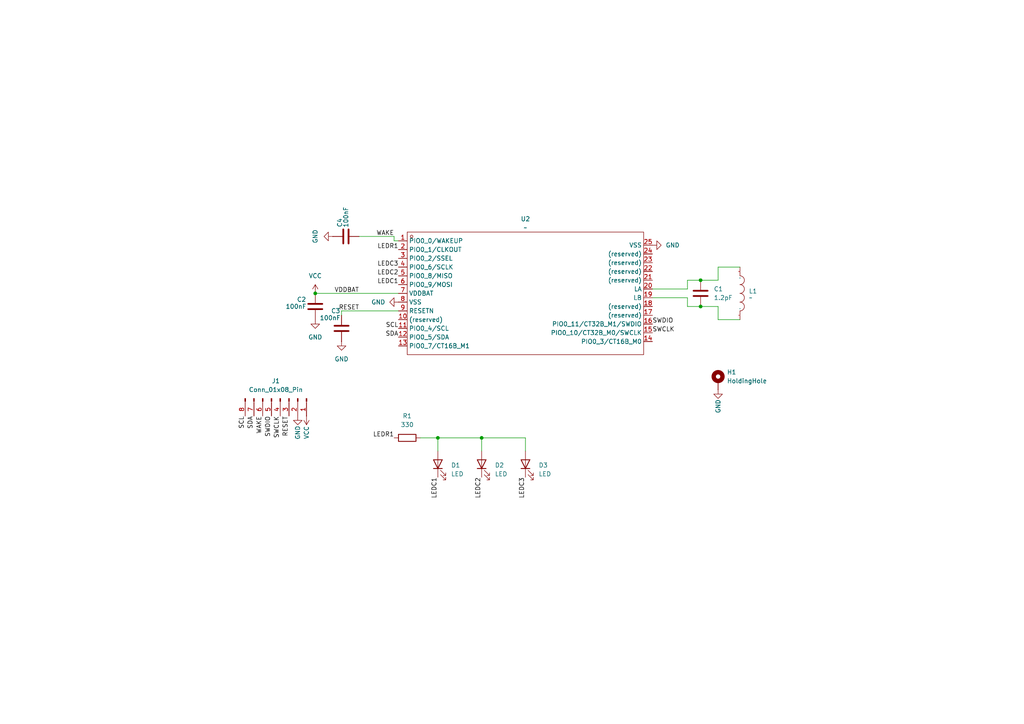
<source format=kicad_sch>
(kicad_sch (version 20250114) (generator "eeschema") (generator_version "9.0")
  (paper "A4")
  (lib_symbols
    (symbol "25X48MM_NFC_ANTENNA:25X48MM_NFC_ANTENNA"
      (property "Reference" "L1" (at 2.54 0.6351 0))
      (property "Value" "~" (at 2.54 -1.27 0))
      (symbol "25X48MM_NFC_ANTENNA_1_0"
        (arc (start 0 5.08) (mid 1.27 3.81) (end 0 2.54))
        (arc (start 0 2.54) (mid 1.27 1.27) (end 0 0))
        (arc (start 0 0) (mid 1.27 -1.27) (end 0 -2.54))
        (arc (start 0 -2.54) (mid 1.27 -3.81) (end 0 -5.08))
        (pin bidirectional line (at 0 7.62 270) (length 2.54) (name "1") (number "1"))
        (pin bidirectional line (at 0 -7.62 90) (length 2.54) (name "2") (number "2"))
      )
    )
    (symbol "Connector:Conn_01x08_Pin" (pin_names (offset 1.016) (hide yes))
      (property "Reference" "J" (at 0 10.16 0))
      (property "Value" "Conn_01x08_Pin" (at 0 -12.7 0))
      (symbol "Conn_01x08_Pin_1_1"
        (rectangle (start 0.8636 7.747) (end 0 7.493) (stroke (width 0.1524)) (fill (type outline)))
        (rectangle (start 0.8636 5.207) (end 0 4.953) (stroke (width 0.1524)) (fill (type outline)))
        (rectangle (start 0.8636 2.667) (end 0 2.413) (stroke (width 0.1524)) (fill (type outline)))
        (rectangle (start 0.8636 0.127) (end 0 -0.127) (stroke (width 0.1524)) (fill (type outline)))
        (rectangle (start 0.8636 -2.413) (end 0 -2.667) (stroke (width 0.1524)) (fill (type outline)))
        (rectangle (start 0.8636 -4.953) (end 0 -5.207) (stroke (width 0.1524)) (fill (type outline)))
        (rectangle (start 0.8636 -7.493) (end 0 -7.747) (stroke (width 0.1524)) (fill (type outline)))
        (rectangle (start 0.8636 -10.033) (end 0 -10.287) (stroke (width 0.1524)) (fill (type outline)))
        (polyline (pts (xy 1.27 7.62) (xy 0.8636 7.62)) (stroke (width 0.1524)))
        (polyline (pts (xy 1.27 5.08) (xy 0.8636 5.08)) (stroke (width 0.1524)))
        (polyline (pts (xy 1.27 2.54) (xy 0.8636 2.54)) (stroke (width 0.1524)))
        (polyline (pts (xy 1.27 0) (xy 0.8636 0)) (stroke (width 0.1524)))
        (polyline (pts (xy 1.27 -2.54) (xy 0.8636 -2.54)) (stroke (width 0.1524)))
        (polyline (pts (xy 1.27 -5.08) (xy 0.8636 -5.08)) (stroke (width 0.1524)))
        (polyline (pts (xy 1.27 -7.62) (xy 0.8636 -7.62)) (stroke (width 0.1524)))
        (polyline (pts (xy 1.27 -10.16) (xy 0.8636 -10.16)) (stroke (width 0.1524)))
        (pin passive line (at 5.08 7.62 180) (length 3.81) (name "Pin_1") (number "1"))
        (pin passive line (at 5.08 5.08 180) (length 3.81) (name "Pin_2") (number "2"))
        (pin passive line (at 5.08 2.54 180) (length 3.81) (name "Pin_3") (number "3"))
        (pin passive line (at 5.08 0 180) (length 3.81) (name "Pin_4") (number "4"))
        (pin passive line (at 5.08 -2.54 180) (length 3.81) (name "Pin_5") (number "5"))
        (pin passive line (at 5.08 -5.08 180) (length 3.81) (name "Pin_6") (number "6"))
        (pin passive line (at 5.08 -7.62 180) (length 3.81) (name "Pin_7") (number "7"))
        (pin passive line (at 5.08 -10.16 180) (length 3.81) (name "Pin_8") (number "8"))
      )
    )
    (symbol "Device:C" (pin_numbers (hide yes)) (pin_names (offset 0.254))
      (property "Reference" "C" (at 0.635 2.54 0))
      (property "Value" "C" (at 0.635 -2.54 0))
      (symbol "C_0_1"
        (polyline (pts (xy -2.032 0.762) (xy 2.032 0.762)) (stroke (width 0.508)))
        (polyline (pts (xy -2.032 -0.762) (xy 2.032 -0.762)) (stroke (width 0.508)))
      )
      (symbol "C_1_1"
        (pin passive line (at 0 3.81 270) (length 2.794) (name "~") (number "1"))
        (pin passive line (at 0 -3.81 90) (length 2.794) (name "~") (number "2"))
      )
    )
    (symbol "Device:LED" (pin_numbers (hide yes)) (pin_names (offset 1.016) (hide yes))
      (property "Reference" "D" (at 0 2.54 0))
      (property "Value" "LED" (at 0 -2.54 0))
      (symbol "LED_0_1"
        (polyline (pts (xy -3.048 -0.762) (xy -4.572 -2.286) (xy -3.81 -2.286) (xy -4.572 -2.286) (xy -4.572 -1.524)))
        (polyline (pts (xy -1.778 -0.762) (xy -3.302 -2.286) (xy -2.54 -2.286) (xy -3.302 -2.286) (xy -3.302 -1.524)))
        (polyline (pts (xy -1.27 0) (xy 1.27 0)))
        (polyline (pts (xy -1.27 -1.27) (xy -1.27 1.27)) (stroke (width 0.254)))
        (polyline (pts (xy 1.27 -1.27) (xy 1.27 1.27) (xy -1.27 0) (xy 1.27 -1.27)) (stroke (width 0.254)))
      )
      (symbol "LED_1_1"
        (pin passive line (at -3.81 0 0) (length 2.54) (name "K") (number "1"))
        (pin passive line (at 3.81 0 180) (length 2.54) (name "A") (number "2"))
      )
    )
    (symbol "Device:R" (pin_numbers (hide yes)) (pin_names (offset 0))
      (property "Reference" "R" (at 2.032 0 90))
      (property "Value" "R" (at 0 0 90))
      (symbol "R_0_1"
        (rectangle (start -1.016 -2.54) (end 1.016 2.54) (stroke (width 0.254)))
      )
      (symbol "R_1_1"
        (pin passive line (at 0 3.81 270) (length 1.27) (name "~") (number "1"))
        (pin passive line (at 0 -3.81 90) (length 1.27) (name "~") (number "2"))
      )
    )
    (symbol "LPC8N04FHI24E:LPC8N04FHI24E"
      (property "Reference" "U" (at 0 0 0))
      (symbol "LPC8N04FHI24E_1_0"
        (rectangle (start -34.29 -17.78) (end 34.29 17.78))
        (circle (center -33.02 16.51) (radius 0.381))
        (pin input line (at -36.83 15.24 0) (length 2.54) (name "PIO0_0/WAKEUP") (number "1"))
        (pin input line (at -36.83 12.7 0) (length 2.54) (name "PIO0_1/CLKOUT") (number "2"))
        (pin input line (at -36.83 10.16 0) (length 2.54) (name "PIO0_2/SSEL") (number "3"))
        (pin input line (at -36.83 7.62 0) (length 2.54) (name "PIO0_6/SCLK") (number "4"))
        (pin input line (at -36.83 5.08 0) (length 2.54) (name "PIO0_8/MISO") (number "5"))
        (pin input line (at -36.83 2.54 0) (length 2.54) (name "PIO0_9/MOSI") (number "6"))
        (pin input line (at -36.83 0 0) (length 2.54) (name "VDDBAT") (number "7"))
        (pin input line (at -36.83 -2.54 0) (length 2.54) (name "VSS") (number "8"))
        (pin input line (at -36.83 -5.08 0) (length 2.54) (name "RESETN") (number "9"))
        (pin input line (at -36.83 -7.62 0) (length 2.54) (name "(reserved)") (number "10"))
        (pin input line (at -36.83 -10.16 0) (length 2.54) (name "PIO0_4/SCL") (number "11"))
        (pin input line (at -36.83 -12.7 0) (length 2.54) (name "PIO0_5/SDA") (number "12"))
        (pin input line (at -36.83 -15.24 0) (length 2.54) (name "PIO0_7/CT16B_M1") (number "13"))
        (pin input line (at 36.83 13.97 180) (length 2.54) (name "VSS") (number "25"))
        (pin input line (at 36.83 11.43 180) (length 2.54) (name "(reserved)") (number "24"))
        (pin input line (at 36.83 8.89 180) (length 2.54) (name "(reserved)") (number "23"))
        (pin input line (at 36.83 6.35 180) (length 2.54) (name "(reserved)") (number "22"))
        (pin input line (at 36.83 3.81 180) (length 2.54) (name "(reserved)") (number "21"))
        (pin input line (at 36.83 1.27 180) (length 2.54) (name "LA") (number "20"))
        (pin input line (at 36.83 -1.27 180) (length 2.54) (name "LB") (number "19"))
        (pin input line (at 36.83 -3.81 180) (length 2.54) (name "(reserved)") (number "18"))
        (pin input line (at 36.83 -6.35 180) (length 2.54) (name "(reserved)") (number "17"))
        (pin input line (at 36.83 -8.89 180) (length 2.54) (name "PIO0_11/CT32B_M1/SWDIO") (number "16"))
        (pin input line (at 36.83 -11.43 180) (length 2.54) (name "PIO0_10/CT32B_M0/SWCLK") (number "15"))
        (pin input line (at 36.83 -13.97 180) (length 2.54) (name "PIO0_3/CT16B_M0") (number "14"))
      )
    )
    (symbol "Mechanical:MountingHole_Pad" (pin_numbers (hide yes)) (pin_names (offset 1.016) (hide yes)) (exclude_from_sim yes) (in_bom no)
      (property "Reference" "H" (at 0 6.35 0))
      (property "Value" "MountingHole_Pad" (at 0 4.445 0))
      (symbol "MountingHole_Pad_0_1"
        (circle (center 0 1.27) (radius 1.27) (stroke (width 1.27)))
      )
      (symbol "MountingHole_Pad_1_1"
        (pin input line (at 0 -2.54 90) (length 2.54) (name "1") (number "1"))
      )
    )
    (symbol "power:GND" (power) (pin_numbers (hide yes)) (pin_names (offset 0) (hide yes))
      (property "Value" "GND" (at 0 -3.81 0))
      (symbol "GND_0_1"
        (polyline (pts (xy 0 0) (xy 0 -1.27) (xy 1.27 -1.27) (xy 0 -2.54) (xy -1.27 -1.27) (xy 0 -1.27)))
      )
      (symbol "GND_1_1"
        (pin power_in line (at 0 0 270) (length 0) (name "~") (number "1"))
      )
    )
    (symbol "power:VCC" (power) (pin_numbers (hide yes)) (pin_names (offset 0) (hide yes))
      (property "Value" "VCC" (at 0 3.556 0))
      (symbol "VCC_0_1"
        (polyline (pts (xy -0.762 1.27) (xy 0 2.54)))
        (polyline (pts (xy 0 2.54) (xy 0.762 1.27)))
        (polyline (pts (xy 0 0) (xy 0 2.54)))
      )
      (symbol "VCC_1_1"
        (pin power_in line (at 0 0 90) (length 0) (name "~") (number "1"))
      )
    )
  )
  (junction (at 139.7 127))
  (junction (at 127 127))
  (junction (at 91.44 85.09))
  (junction (at 203.2 88.9))
  (junction (at 203.2 81.28))
  (wire (pts (xy 99.06 90.17) (xy 99.06 91.44)))
  (wire (pts (xy 104.14 68.58) (xy 114.3 68.58)))
  (wire (pts (xy 203.2 88.9) (xy 208.28 88.9)))
  (wire (pts (xy 139.7 127) (xy 152.4 127)))
  (wire (pts (xy 121.92 127) (xy 127 127)))
  (wire (pts (xy 199.39 83.82) (xy 199.39 81.28)))
  (wire (pts (xy 208.28 88.9) (xy 208.28 92.71)))
  (wire (pts (xy 115.57 90.17) (xy 99.06 90.17)))
  (wire (pts (xy 127 127) (xy 139.7 127)))
  (wire (pts (xy 152.4 127) (xy 152.4 130.81)))
  (wire (pts (xy 208.28 92.71) (xy 214.63 92.71)))
  (wire (pts (xy 139.7 127) (xy 139.7 130.81)))
  (wire (pts (xy 199.39 81.28) (xy 203.2 81.28)))
  (wire (pts (xy 114.3 68.58) (xy 114.3 69.85)))
  (wire (pts (xy 203.2 81.28) (xy 208.28 81.28)))
  (wire (pts (xy 189.23 83.82) (xy 199.39 83.82)))
  (wire (pts (xy 127 127) (xy 127 130.81)))
  (wire (pts (xy 189.23 86.36) (xy 199.39 86.36)))
  (wire (pts (xy 91.44 85.09) (xy 115.57 85.09)))
  (wire (pts (xy 208.28 81.28) (xy 208.28 77.47)))
  (wire (pts (xy 199.39 86.36) (xy 199.39 88.9)))
  (wire (pts (xy 199.39 88.9) (xy 203.2 88.9)))
  (wire (pts (xy 114.3 69.85) (xy 115.57 69.85)))
  (wire (pts (xy 208.28 77.47) (xy 214.63 77.47)))
  (label "SCL" (at 71.12 120.65 270))
  (label "SCL" (at 115.57 95.25 180))
  (label "LEDC3" (at 152.4 138.43 270))
  (label "SDA" (at 115.57 97.79 180))
  (label "LEDC3" (at 115.57 77.47 180))
  (label "SDA" (at 73.66 120.65 270))
  (label "SWDIO" (at 78.74 120.65 270))
  (label "RESET" (at 104.1819 90.17 180))
  (label "WAKE" (at 76.2 120.65 270))
  (label "SWDIO" (at 189.23 93.98 0))
  (label "RESET" (at 83.82 120.65 270))
  (label "LEDC2" (at 139.7 138.43 270))
  (label "VDDBAT" (at 104.14 85.09 180))
  (label "SWCLK" (at 81.28 120.65 270))
  (label "LEDC1" (at 115.57 82.55 180))
  (label "LEDC1" (at 127 138.43 270))
  (label "LEDC2" (at 115.57 80.01 180))
  (label "SWCLK" (at 189.23 96.52 0))
  (label "WAKE" (at 114.3 68.58 180))
  (label "LEDR1" (at 114.3 127 180))
  (label "LEDR1" (at 115.57 72.39 180))
  (symbol (lib_id "Connector:Conn_01x08_Pin") (at 81.28 115.57 270) (unit 1)
    (property "Reference" "J1" (at 80.01 110.49 90))
    (property "Value" "Conn_01x08_Pin" (at 80.01 113.03 90))
    (property "Footprint" "Library:8-Pin-Pads" (effects (hide yes)))
    (property "Description" "Generic connector, single row, 01x08, script generated" (effects (hide yes)))
  )
  (symbol (lib_id "power:GND") (at 189.23 71.12 90) (unit 1)
    (property "Reference" "#PWR01" (effects (hide yes)))
    (property "Value" "GND" (at 193.04 71.1199 90) (effects (justify right)))
    (property "Description" "Power symbol creates a global label with name \"GND\" , ground" (effects (hide yes)))
  )
  (symbol (lib_id "LPC8N04FHI24E:LPC8N04FHI24E") (at 152.4 85.09 0) (unit 1)
    (property "Reference" "U2" (at 152.4 63.5 0))
    (property "Value" "~" (at 152.4 66.04 0))
    (property "Footprint" "Library:NXP LPC8N04FHI24E" (effects (hide yes)))
    (property "Datasheet" "https://atta.szlcsc.com/upload/public/pdf/source/20180629/C194075_60FC8B4404CA8E3DAACA808457FD24DE.pdf" (effects (hide yes)))
    (property "Description" "CPU Core:CM0 Program Storage Size:32KB RAM Size:8KB GPIO Ports Number:12 Operating Voltage Range:1.72V~3.6V Operating Voltage Range:1.72V~3.6V CPU Maximum Speed:8MHz Program Memory Type:FLASH Operating Temperature Range:-40°C~+85°C Operating Temperature Ran" (effects (hide yes)))
    (property "Manufacturer Part" "LPC8N04FHI24E" (effects (hide yes)))
    (property "Manufacturer" "NXP(恩智浦)" (effects (hide yes)))
    (property "Supplier Part" "C1340409" (effects (hide yes)))
    (property "Supplier" "LCSC" (effects (hide yes)))
    (property "LCSC Part Name" "LPC8N04FHI24E" (effects (hide yes)))
  )
  (symbol (lib_id "Device:LED") (at 152.4 134.62 90) (unit 1)
    (property "Reference" "D3" (at 156.21 134.9374 90) (effects (justify right)))
    (property "Value" "LED" (at 156.21 137.4774 90) (effects (justify right)))
    (property "Footprint" "LED_SMD:LED_1206_3216Metric" (effects (hide yes)))
    (property "Description" "Light emitting diode" (effects (hide yes)))
    (property "Sim.Pins" "1=K 2=A" (effects (hide yes)))
  )
  (symbol (lib_id "power:GND") (at 91.44 92.71 0) (unit 1)
    (property "Reference" "#PWR03" (effects (hide yes)))
    (property "Value" "GND" (at 91.44 97.79 0))
    (property "Description" "Power symbol creates a global label with name \"GND\" , ground" (effects (hide yes)))
  )
  (symbol (lib_id "power:GND") (at 99.06 99.06 0) (unit 1)
    (property "Reference" "#PWR04" (effects (hide yes)))
    (property "Value" "GND" (at 99.06 104.14 0))
    (property "Description" "Power symbol creates a global label with name \"GND\" , ground" (effects (hide yes)))
  )
  (symbol (lib_id "power:GND") (at 115.57 87.63 270) (unit 1)
    (property "Reference" "#PWR02" (effects (hide yes)))
    (property "Value" "GND" (at 111.76 87.6299 90) (effects (justify right)))
    (property "Description" "Power symbol creates a global label with name \"GND\" , ground" (effects (hide yes)))
  )
  (symbol (lib_id "Device:R") (at 118.11 127 90) (unit 1)
    (property "Reference" "R1" (at 118.11 120.65 90))
    (property "Value" "330" (at 118.11 123.19 90))
    (property "Footprint" "Resistor_SMD:R_0402_1005Metric" (effects (hide yes)))
    (property "Description" "Resistor" (effects (hide yes)))
  )
  (symbol (lib_id "power:VCC") (at 91.44 85.09 0) (unit 1)
    (property "Reference" "#PWR06" (effects (hide yes)))
    (property "Value" "VCC" (at 91.44 80.01 0))
    (property "Description" "Power symbol creates a global label with name \"VCC\"" (effects (hide yes)))
  )
  (symbol (lib_id "Device:C") (at 100.33 68.58 270) (unit 1)
    (property "Reference" "C4" (at 98.552 63.246 0) (effects (justify left)))
    (property "Value" "100nF" (at 100.33 59.944 0) (effects (justify left)))
    (property "Footprint" "Capacitor_SMD:C_0402_1005Metric" (effects (hide yes)))
    (property "Description" "Unpolarized capacitor" (effects (hide yes)))
  )
  (symbol (lib_id "Device:C") (at 99.06 95.25 0) (unit 1)
    (property "Reference" "C3" (at 96.012 90.17 0) (effects (justify left)))
    (property "Value" "100nF" (at 92.71 92.202 0) (effects (justify left)))
    (property "Footprint" "Capacitor_SMD:C_0402_1005Metric" (effects (hide yes)))
    (property "Description" "Unpolarized capacitor" (effects (hide yes)))
  )
  (symbol (lib_id "Device:C") (at 203.2 85.09 0) (unit 1)
    (property "Reference" "C1" (at 207.01 83.8199 0) (effects (justify left)))
    (property "Value" "1.2pF" (at 207.01 86.3599 0) (effects (justify left)))
    (property "Footprint" "Capacitor_SMD:C_0201_0603Metric" (effects (hide yes)))
    (property "Description" "Unpolarized capacitor" (effects (hide yes)))
  )
  (symbol (lib_id "25X48MM_NFC_ANTENNA:25X48MM_NFC_ANTENNA") (at 214.63 85.09 0) (unit 1)
    (property "Reference" "L1" (at 217.17 84.4549 0) (effects (justify left)))
    (property "Value" "~" (at 217.17 86.36 0) (effects (justify left)))
    (property "Footprint" "Library:25X48MM_NFC_EXPOSED_ANTENNA" (effects (hide yes)))
  )
  (symbol (lib_id "power:VCC") (at 88.9 120.65 180) (unit 1)
    (property "Reference" "#PWR07" (effects (hide yes)))
    (property "Value" "VCC" (at 88.9 125.476 90))
    (property "Description" "Power symbol creates a global label with name \"VCC\"" (effects (hide yes)))
  )
  (symbol (lib_id "power:GND") (at 208.28 113.03 0) (unit 1)
    (property "Reference" "#PWR09" (effects (hide yes)))
    (property "Value" "GND" (at 208.28 117.856 90))
    (property "Description" "Power symbol creates a global label with name \"GND\" , ground" (effects (hide yes)))
  )
  (symbol (lib_id "Device:LED") (at 139.7 134.62 90) (unit 1)
    (property "Reference" "D2" (at 143.51 134.9374 90) (effects (justify right)))
    (property "Value" "LED" (at 143.51 137.4774 90) (effects (justify right)))
    (property "Footprint" "LED_SMD:LED_1206_3216Metric" (effects (hide yes)))
    (property "Description" "Light emitting diode" (effects (hide yes)))
    (property "Sim.Pins" "1=K 2=A" (effects (hide yes)))
  )
  (symbol (lib_id "power:GND") (at 86.36 120.65 0) (unit 1)
    (property "Reference" "#PWR08" (effects (hide yes)))
    (property "Value" "GND" (at 86.36 125.476 90))
    (property "Description" "Power symbol creates a global label with name \"GND\" , ground" (effects (hide yes)))
  )
  (symbol (lib_id "power:GND") (at 96.52 68.58 270) (unit 1)
    (property "Reference" "#PWR05" (effects (hide yes)))
    (property "Value" "GND" (at 91.44 68.58 0))
    (property "Description" "Power symbol creates a global label with name \"GND\" , ground" (effects (hide yes)))
  )
  (symbol (lib_id "Mechanical:MountingHole_Pad") (at 208.28 110.49 0) (unit 1) (in_bom no)
    (property "Reference" "H1" (at 210.82 107.9499 0) (effects (justify left)))
    (property "Value" "HoldingHole" (at 210.82 110.4899 0) (effects (justify left)))
    (property "Footprint" "Library:HoldingHole" (effects (hide yes)))
    (property "Description" "Mounting Hole with connection" (effects (hide yes)))
  )
  (symbol (lib_id "Device:LED") (at 127 134.62 90) (unit 1)
    (property "Reference" "D1" (at 130.81 134.9374 90) (effects (justify right)))
    (property "Value" "LED" (at 130.81 137.4774 90) (effects (justify right)))
    (property "Footprint" "LED_SMD:LED_1206_3216Metric" (effects (hide yes)))
    (property "Description" "Light emitting diode" (effects (hide yes)))
    (property "Sim.Pins" "1=K 2=A" (effects (hide yes)))
  )
  (symbol (lib_id "Device:C") (at 91.44 88.9 0) (unit 1)
    (property "Reference" "C2" (at 86.106 86.868 0) (effects (justify left)))
    (property "Value" "100nF" (at 82.804 88.9 0) (effects (justify left)))
    (property "Footprint" "Capacitor_SMD:C_0402_1005Metric" (effects (hide yes)))
    (property "Description" "Unpolarized capacitor" (effects (hide yes)))
  )
)
</source>
